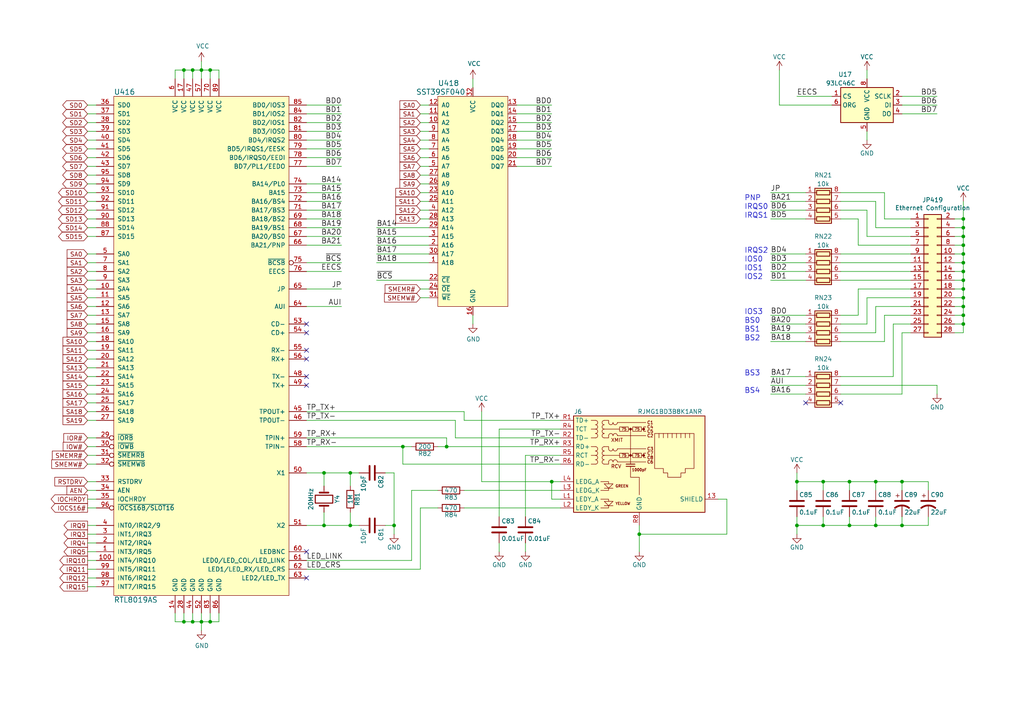
<source format=kicad_sch>
(kicad_sch (version 20211123) (generator eeschema)
  (paper "A4")
  (title_block (title "486 Sandy River Motherboard") (date "2022-02-09") (rev "1.0") (company "Designed by Sergey Kiselev") (comment 2 "Licensed under CERN-OHL-S: https://cern-ohl.web.cern.ch") (comment 3 "Documentation and design files: https://github.com/skiselev/mb486wr") (comment 4 "White River 486 Motherboard is an open source hardware project"))
  (lib_symbols
    (symbol "Connector:RJ45_Amphenol_RJMG1BD3B8K1ANR"
      (property "Reference" "J" (at 19.05 15.24 0))
      (property "Value" "RJ45_Amphenol_RJMG1BD3B8K1ANR" (at -19.05 15.24 0))
      (symbol "RJ45_Amphenol_RJMG1BD3B8K1ANR_0_0"
        (text "1000pF" (at 0 -1.651 0) (effects (font (size 0.762 0.762))))
        (text "75" (at -4.445 2.54 0) (effects (font (size 0.762 0.762))))
        (text "75" (at -4.445 10.16 0) (effects (font (size 0.762 0.762))))
        (text "75" (at -0.635 2.54 0) (effects (font (size 0.762 0.762))))
        (text "75" (at -0.635 10.16 0) (effects (font (size 0.762 0.762))))
        (text "C1" (at 3.175 12.065 0) (effects (font (size 0.889 0.889))))
        (text "C2" (at 3.175 8.255 0) (effects (font (size 0.889 0.889))))
        (text "C3" (at 3.175 4.445 0) (effects (font (size 0.889 0.889))))
        (text "C4" (at 3.175 10.795 0) (effects (font (size 0.889 0.889))))
        (text "C5" (at 3.175 9.525 0) (effects (font (size 0.889 0.889))))
        (text "C6" (at 3.175 0.635 0) (effects (font (size 0.889 0.889))))
        (text "C7" (at 3.175 3.175 0) (effects (font (size 0.889 0.889))))
        (text "C8" (at 3.175 1.905 0) (effects (font (size 0.889 0.889))))
        (text "GREEN" (at -6.985 -6.35 0) (effects (font (size 0.762 0.762)) (justify left)))
        (text "RCV" (at -8.255 -0.635 0) (effects (font (size 1.016 1.016)) (justify left)))
        (text "XMIT" (at -8.255 6.985 0) (effects (font (size 1.016 1.016)) (justify left)))
        (text "YELLOW" (at -6.985 -11.43 0) (effects (font (size 0.762 0.762)) (justify left)))
      )
      (symbol "RJ45_Amphenol_RJMG1BD3B8K1ANR_1_1"
        (pin passive line (at 22.86 -10.16 180) (length 3.81) (name "SHIELD") (number "13"))
        (pin passive line (at -22.86 -10.16 0) (length 3.81) (name "LEDY_A") (number "L1"))
        (pin passive line (at -22.86 -12.7 0) (length 3.81) (name "LEDY_K") (number "L2"))
        (pin passive line (at -22.86 -7.62 0) (length 3.81) (name "LEDG_K") (number "L3"))
        (pin passive line (at -22.86 -5.08 0) (length 3.81) (name "LEDG_A") (number "L4"))
        (pin passive line (at -22.86 12.7 0) (length 3.81) (name "TD+") (number "R1"))
        (pin passive line (at -22.86 7.62 0) (length 3.81) (name "TD-") (number "R2"))
        (pin passive line (at -22.86 5.08 0) (length 3.81) (name "RD+") (number "R3"))
        (pin passive line (at -22.86 10.16 0) (length 3.81) (name "TCT") (number "R4"))
        (pin passive line (at -22.86 2.54 0) (length 3.81) (name "RCT") (number "R5"))
        (pin passive line (at -22.86 0 0) (length 3.81) (name "RD-") (number "R6"))
        (pin no_connect line (at 5.08 -5.08 0) (length 0) hide (name "NC") (number "R7"))
        (pin power_in line (at 0 -17.78 90) (length 3.81) (name "GND") (number "R8"))
      )
    )
    (symbol "Connector_Generic:Conn_02x14_Odd_Even" (pin_names (offset 1.016) hide)
      (property "Reference" "J" (at 1.27 17.78 0))
      (property "Value" "Conn_02x14_Odd_Even" (at 1.27 -20.32 0))
      (symbol "Conn_02x14_Odd_Even_1_1"
        (pin passive line (at -5.08 15.24 0) (length 3.81) (name "Pin_1") (number "1"))
        (pin passive line (at 7.62 5.08 180) (length 3.81) (name "Pin_10") (number "10"))
        (pin passive line (at -5.08 2.54 0) (length 3.81) (name "Pin_11") (number "11"))
        (pin passive line (at 7.62 2.54 180) (length 3.81) (name "Pin_12") (number "12"))
        (pin passive line (at -5.08 0 0) (length 3.81) (name "Pin_13") (number "13"))
        (pin passive line (at 7.62 0 180) (length 3.81) (name "Pin_14") (number "14"))
        (pin passive line (at -5.08 -2.54 0) (length 3.81) (name "Pin_15") (number "15"))
        (pin passive line (at 7.62 -2.54 180) (length 3.81) (name "Pin_16") (number "16"))
        (pin passive line (at -5.08 -5.08 0) (length 3.81) (name "Pin_17") (number "17"))
        (pin passive line (at 7.62 -5.08 180) (length 3.81) (name "Pin_18") (number "18"))
        (pin passive line (at -5.08 -7.62 0) (length 3.81) (name "Pin_19") (number "19"))
        (pin passive line (at 7.62 15.24 180) (length 3.81) (name "Pin_2") (number "2"))
        (pin passive line (at 7.62 -7.62 180) (length 3.81) (name "Pin_20") (number "20"))
        (pin passive line (at -5.08 -10.16 0) (length 3.81) (name "Pin_21") (number "21"))
        (pin passive line (at 7.62 -10.16 180) (length 3.81) (name "Pin_22") (number "22"))
        (pin passive line (at -5.08 -12.7 0) (length 3.81) (name "Pin_23") (number "23"))
        (pin passive line (at 7.62 -12.7 180) (length 3.81) (name "Pin_24") (number "24"))
        (pin passive line (at -5.08 -15.24 0) (length 3.81) (name "Pin_25") (number "25"))
        (pin passive line (at 7.62 -15.24 180) (length 3.81) (name "Pin_26") (number "26"))
        (pin passive line (at -5.08 -17.78 0) (length 3.81) (name "Pin_27") (number "27"))
        (pin passive line (at 7.62 -17.78 180) (length 3.81) (name "Pin_28") (number "28"))
        (pin passive line (at -5.08 12.7 0) (length 3.81) (name "Pin_3") (number "3"))
        (pin passive line (at 7.62 12.7 180) (length 3.81) (name "Pin_4") (number "4"))
        (pin passive line (at -5.08 10.16 0) (length 3.81) (name "Pin_5") (number "5"))
        (pin passive line (at 7.62 10.16 180) (length 3.81) (name "Pin_6") (number "6"))
        (pin passive line (at -5.08 7.62 0) (length 3.81) (name "Pin_7") (number "7"))
        (pin passive line (at 7.62 7.62 180) (length 3.81) (name "Pin_8") (number "8"))
        (pin passive line (at -5.08 5.08 0) (length 3.81) (name "Pin_9") (number "9"))
      )
    )
    (symbol "Device:C" (pin_numbers hide) (pin_names (offset 0.254))
      (property "Reference" "C" (at 0.635 2.54 0))
      (property "Value" "C" (at 0.635 -2.54 0))
      (symbol "C_1_1"
        (pin passive line (at 0 3.81 270) (length 2.794) (name "~") (number "1"))
        (pin passive line (at 0 -3.81 90) (length 2.794) (name "~") (number "2"))
      )
    )
    (symbol "Device:C_Polarized_US" (pin_numbers hide) (pin_names (offset 0.254) hide)
      (property "Reference" "C" (at 0.635 2.54 0))
      (property "Value" "C_Polarized_US" (at 0.635 -2.54 0))
      (symbol "C_Polarized_US_1_1"
        (pin passive line (at 0 3.81 270) (length 2.794) (name "~") (number "1"))
        (pin passive line (at 0 -3.81 90) (length 3.302) (name "~") (number "2"))
      )
    )
    (symbol "Device:Crystal" (pin_numbers hide) (pin_names (offset 1.016) hide)
      (property "Reference" "Y" (at 0 3.81 0))
      (property "Value" "Crystal" (at 0 -3.81 0))
      (symbol "Crystal_1_1"
        (pin passive line (at -3.81 0 0) (length 1.27) (name "1") (number "1"))
        (pin passive line (at 3.81 0 180) (length 1.27) (name "2") (number "2"))
      )
    )
    (symbol "Device:R" (pin_numbers hide) (pin_names (offset 0))
      (property "Reference" "R" (at 2.032 0 90))
      (property "Value" "R" (at 0 0 90))
      (symbol "R_1_1"
        (pin passive line (at 0 3.81 270) (length 1.27) (name "~") (number "1"))
        (pin passive line (at 0 -3.81 90) (length 1.27) (name "~") (number "2"))
      )
    )
    (symbol "Device:R_Pack04" (pin_names (offset 0) hide)
      (property "Reference" "RN" (at -7.62 0 90))
      (property "Value" "R_Pack04" (at 5.08 0 90))
      (symbol "R_Pack04_1_1"
        (pin passive line (at -5.08 -5.08 90) (length 2.54) (name "R1.1") (number "1"))
        (pin passive line (at -2.54 -5.08 90) (length 2.54) (name "R2.1") (number "2"))
        (pin passive line (at 0 -5.08 90) (length 2.54) (name "R3.1") (number "3"))
        (pin passive line (at 2.54 -5.08 90) (length 2.54) (name "R4.1") (number "4"))
        (pin passive line (at 2.54 5.08 270) (length 2.54) (name "R4.2") (number "5"))
        (pin passive line (at 0 5.08 270) (length 2.54) (name "R3.2") (number "6"))
        (pin passive line (at -2.54 5.08 270) (length 2.54) (name "R2.2") (number "7"))
        (pin passive line (at -5.08 5.08 270) (length 2.54) (name "R1.2") (number "8"))
      )
    )
    (symbol "Memory_EEPROM:93LCxxC"
      (property "Reference" "U" (at -7.62 6.35 0))
      (property "Value" "93LCxxC" (at 2.54 -6.35 0))
      (symbol "93LCxxC_1_1"
        (pin input line (at -10.16 2.54 0) (length 2.54) (name "CS") (number "1"))
        (pin input line (at 10.16 2.54 180) (length 2.54) (name "SCLK") (number "2"))
        (pin input line (at 10.16 0 180) (length 2.54) (name "DI") (number "3"))
        (pin tri_state line (at 10.16 -2.54 180) (length 2.54) (name "DO") (number "4"))
        (pin power_in line (at 0 -7.62 90) (length 2.54) (name "GND") (number "5"))
        (pin input line (at -10.16 0 0) (length 2.54) (name "ORG") (number "6"))
        (pin no_connect line (at -7.62 -2.54 0) (length 2.54) hide (name "NC") (number "7"))
        (pin power_in line (at 0 7.62 270) (length 2.54) (name "VCC") (number "8"))
      )
    )
    (symbol "my_components:RTL8019AS" (pin_names (offset 1.016))
      (property "Reference" "U" (at -25.4 73.66 0))
      (property "Value" "RTL8019AS" (at -30.48 -73.66 0))
      (symbol "RTL8019AS_1_1"
        (pin open_collector line (at -30.48 -59.69 0) (length 5.08) (name "INT3/IRQ5") (number "1"))
        (pin input line (at -30.48 16.51 0) (length 5.08) (name "SA4") (number "10"))
        (pin open_collector line (at -30.48 -62.23 0) (length 5.08) (name "INT4/IRQ10") (number "100"))
        (pin input line (at -30.48 13.97 0) (length 5.08) (name "SA5") (number "11"))
        (pin input line (at -30.48 11.43 0) (length 5.08) (name "SA6") (number "12"))
        (pin input line (at -30.48 8.89 0) (length 5.08) (name "SA7") (number "13"))
        (pin power_in line (at -7.62 -77.47 90) (length 5.08) (name "GND") (number "14"))
        (pin input line (at -30.48 6.35 0) (length 5.08) (name "SA8") (number "15"))
        (pin input line (at -30.48 3.81 0) (length 5.08) (name "SA9") (number "16"))
        (pin power_in line (at -5.08 77.47 270) (length 5.08) (name "VCC") (number "17"))
        (pin input line (at -30.48 1.27 0) (length 5.08) (name "SA10") (number "18"))
        (pin input line (at -30.48 -1.27 0) (length 5.08) (name "SA11") (number "19"))
        (pin open_collector line (at -30.48 -57.15 0) (length 5.08) (name "INT2/IRQ4") (number "2"))
        (pin input line (at -30.48 -3.81 0) (length 5.08) (name "SA12") (number "20"))
        (pin input line (at -30.48 -6.35 0) (length 5.08) (name "SA13") (number "21"))
        (pin input line (at -30.48 -8.89 0) (length 5.08) (name "SA14") (number "22"))
        (pin input line (at -30.48 -11.43 0) (length 5.08) (name "SA15") (number "23"))
        (pin input line (at -30.48 -13.97 0) (length 5.08) (name "SA16") (number "24"))
        (pin input line (at -30.48 -16.51 0) (length 5.08) (name "SA17") (number "25"))
        (pin input line (at -30.48 -19.05 0) (length 5.08) (name "SA18") (number "26"))
        (pin input line (at -30.48 -21.59 0) (length 5.08) (name "SA19") (number "27"))
        (pin power_in line (at -5.08 -77.47 90) (length 5.08) (name "GND") (number "28"))
        (pin input inverted (at -30.48 -26.67 0) (length 5.08) (name "~{IORB}") (number "29"))
        (pin open_collector line (at -30.48 -54.61 0) (length 5.08) (name "INT1/IRQ3") (number "3"))
        (pin input inverted (at -30.48 -29.21 0) (length 5.08) (name "~{IOWB}") (number "30"))
        (pin input inverted (at -30.48 -31.75 0) (length 5.08) (name "~{SMEMRB}") (number "31"))
        (pin input inverted (at -30.48 -34.29 0) (length 5.08) (name "~{SMEMWB}") (number "32"))
        (pin input line (at -30.48 -39.37 0) (length 5.08) (name "RSTDRV") (number "33"))
        (pin input line (at -30.48 -41.91 0) (length 5.08) (name "AEN") (number "34"))
        (pin open_collector line (at -30.48 -44.45 0) (length 5.08) (name "IOCHRDY") (number "35"))
        (pin bidirectional line (at -30.48 69.85 0) (length 5.08) (name "SD0") (number "36"))
        (pin bidirectional line (at -30.48 67.31 0) (length 5.08) (name "SD1") (number "37"))
        (pin bidirectional line (at -30.48 64.77 0) (length 5.08) (name "SD2") (number "38"))
        (pin bidirectional line (at -30.48 62.23 0) (length 5.08) (name "SD3") (number "39"))
        (pin open_collector line (at -30.48 -52.07 0) (length 5.08) (name "INT0/IRQ2/9") (number "4"))
        (pin bidirectional line (at -30.48 59.69 0) (length 5.08) (name "SD4") (number "40"))
        (pin bidirectional line (at -30.48 57.15 0) (length 5.08) (name "SD5") (number "41"))
        (pin bidirectional line (at -30.48 54.61 0) (length 5.08) (name "SD6") (number "42"))
        (pin bidirectional line (at -30.48 52.07 0) (length 5.08) (name "SD7") (number "43"))
        (pin power_in line (at -2.54 -77.47 90) (length 5.08) (name "GND") (number "44"))
        (pin output line (at 30.48 -19.05 180) (length 5.08) (name "TPOUT+") (number "45"))
        (pin output line (at 30.48 -21.59 180) (length 5.08) (name "TPOUT-") (number "46"))
        (pin power_in line (at -2.54 77.47 270) (length 5.08) (name "VCC") (number "47"))
        (pin output line (at 30.48 -8.89 180) (length 5.08) (name "TX-") (number "48"))
        (pin output line (at 30.48 -11.43 180) (length 5.08) (name "TX+") (number "49"))
        (pin input line (at -30.48 26.67 0) (length 5.08) (name "SA0") (number "5"))
        (pin input line (at 30.48 -36.83 180) (length 5.08) (name "X1") (number "50"))
        (pin output line (at 30.48 -52.07 180) (length 5.08) (name "X2") (number "51"))
        (pin power_in line (at 0 -77.47 90) (length 5.08) (name "GND") (number "52"))
        (pin input line (at 30.48 6.35 180) (length 5.08) (name "CD-") (number "53"))
        (pin input line (at 30.48 3.81 180) (length 5.08) (name "CD+") (number "54"))
        (pin input line (at 30.48 -1.27 180) (length 5.08) (name "RX-") (number "55"))
        (pin input line (at 30.48 -3.81 180) (length 5.08) (name "RX+") (number "56"))
        (pin power_in line (at 0 77.47 270) (length 5.08) (name "VCC") (number "57"))
        (pin input line (at 30.48 -29.21 180) (length 5.08) (name "TPIN-") (number "58"))
        (pin input line (at 30.48 -26.67 180) (length 5.08) (name "TPIN+") (number "59"))
        (pin power_in line (at -7.62 77.47 270) (length 5.0292) (name "VCC") (number "6"))
        (pin output line (at 30.48 -59.69 180) (length 5.08) (name "LEDBNC") (number "60"))
        (pin output line (at 30.48 -62.23 180) (length 5.08) (name "LED0/LED_COL/LED_LINK") (number "61"))
        (pin output line (at 30.48 -64.77 180) (length 5.08) (name "LED1/LED_RX/LED_CRS") (number "62"))
        (pin output line (at 30.48 -67.31 180) (length 5.08) (name "LED2/LED_TX") (number "63"))
        (pin input line (at 30.48 11.43 180) (length 5.08) (name "AUI") (number "64"))
        (pin input line (at 30.48 16.51 180) (length 5.08) (name "JP") (number "65"))
        (pin bidirectional line (at 30.48 29.21 180) (length 5.08) (name "BA21/PNP") (number "66"))
        (pin bidirectional line (at 30.48 31.75 180) (length 5.08) (name "BA20/BS0") (number "67"))
        (pin bidirectional line (at 30.48 34.29 180) (length 5.08) (name "BA19/BS1") (number "68"))
        (pin bidirectional line (at 30.48 36.83 180) (length 5.08) (name "BA18/BS2") (number "69"))
        (pin input line (at -30.48 24.13 0) (length 5.08) (name "SA1") (number "7"))
        (pin power_in line (at 2.54 77.47 270) (length 5.08) (name "VCC") (number "70"))
        (pin bidirectional line (at 30.48 39.37 180) (length 5.08) (name "BA17/BS3") (number "71"))
        (pin bidirectional line (at 30.48 41.91 180) (length 5.08) (name "BA16/BS4") (number "72"))
        (pin output line (at 30.48 44.45 180) (length 5.08) (name "BA15") (number "73"))
        (pin bidirectional line (at 30.48 46.99 180) (length 5.08) (name "BA14/PL0") (number "74"))
        (pin output inverted (at 30.48 24.13 180) (length 5.08) (name "~{BCSB}") (number "75"))
        (pin output line (at 30.48 21.59 180) (length 5.08) (name "EECS") (number "76"))
        (pin bidirectional line (at 30.48 52.07 180) (length 5.08) (name "BD7/PL1/EEDO") (number "77"))
        (pin bidirectional line (at 30.48 54.61 180) (length 5.08) (name "BD6/IRQS0/EEDI") (number "78"))
        (pin bidirectional line (at 30.48 57.15 180) (length 5.08) (name "BD5/IRQS1/EESK") (number "79"))
        (pin input line (at -30.48 21.59 0) (length 5.08) (name "SA2") (number "8"))
        (pin bidirectional line (at 30.48 59.69 180) (length 5.08) (name "BD4/IRQS2") (number "80"))
        (pin bidirectional line (at 30.48 62.23 180) (length 5.08) (name "BD3/IOS0") (number "81"))
        (pin bidirectional line (at 30.48 64.77 180) (length 5.08) (name "BD2/IOS1") (number "82"))
        (pin power_in line (at 2.54 -77.47 90) (length 5.08) (name "GND") (number "83"))
        (pin bidirectional line (at 30.48 67.31 180) (length 5.08) (name "BD1/IOS2") (number "84"))
        (pin bidirectional line (at 30.48 69.85 180) (length 5.08) (name "BD0/IOS3") (number "85"))
        (pin power_in line (at 5.08 -77.47 90) (length 5.08) (name "GND") (number "86"))
        (pin bidirectional line (at -30.48 31.75 0) (length 5.08) (name "SD15") (number "87"))
        (pin bidirectional line (at -30.48 34.29 0) (length 5.08) (name "SD14") (number "88"))
        (pin power_in line (at 5.08 77.47 270) (length 5.08) (name "VCC") (number "89"))
        (pin input line (at -30.48 19.05 0) (length 5.08) (name "SA3") (number "9"))
        (pin bidirectional line (at -30.48 36.83 0) (length 5.08) (name "SD13") (number "90"))
        (pin bidirectional line (at -30.48 39.37 0) (length 5.08) (name "SD12") (number "91"))
        (pin bidirectional line (at -30.48 41.91 0) (length 5.08) (name "SD11") (number "92"))
        (pin bidirectional line (at -30.48 44.45 0) (length 5.08) (name "SD10") (number "93"))
        (pin bidirectional line (at -30.48 46.99 0) (length 5.08) (name "SD9") (number "94"))
        (pin bidirectional line (at -30.48 49.53 0) (length 5.08) (name "SD8") (number "95"))
        (pin open_collector inverted (at -30.48 -46.99 0) (length 5.08) (name "~{IOCS16B/SLOT16}") (number "96"))
        (pin open_collector line (at -30.48 -69.85 0) (length 5.08) (name "INT7/IRQ15") (number "97"))
        (pin open_collector line (at -30.48 -67.31 0) (length 5.08) (name "INT6/IRQ12") (number "98"))
        (pin open_collector line (at -30.48 -64.77 0) (length 5.08) (name "INT5/IRQ11") (number "99"))
      )
    )
    (symbol "my_components:SST39SF040" (pin_names (offset 1.016))
      (property "Reference" "U" (at -10.16 34.29 0))
      (property "Value" "SST39SF040" (at -10.16 31.75 0))
      (symbol "SST39SF040_1_1"
        (pin input line (at -12.7 -17.78 0) (length 2.54) (name "A18") (number "1"))
        (pin input line (at -12.7 22.86 0) (length 2.54) (name "A2") (number "10"))
        (pin input line (at -12.7 25.4 0) (length 2.54) (name "A1") (number "11"))
        (pin input line (at -12.7 27.94 0) (length 2.54) (name "A0") (number "12"))
        (pin bidirectional line (at 12.7 27.94 180) (length 2.54) (name "DQ0") (number "13"))
        (pin bidirectional line (at 12.7 25.4 180) (length 2.54) (name "DQ1") (number "14"))
        (pin bidirectional line (at 12.7 22.86 180) (length 2.54) (name "DQ2") (number "15"))
        (pin power_in line (at 0 -33.02 90) (length 2.54) (name "GND") (number "16"))
        (pin bidirectional line (at 12.7 20.32 180) (length 2.54) (name "DQ3") (number "17"))
        (pin bidirectional line (at 12.7 17.78 180) (length 2.54) (name "DQ4") (number "18"))
        (pin bidirectional line (at 12.7 15.24 180) (length 2.54) (name "DQ5") (number "19"))
        (pin input line (at -12.7 -12.7 0) (length 2.54) (name "A16") (number "2"))
        (pin bidirectional line (at 12.7 12.7 180) (length 2.54) (name "DQ6") (number "20"))
        (pin bidirectional line (at 12.7 10.16 180) (length 2.54) (name "DQ7") (number "21"))
        (pin input line (at -12.7 -22.86 0) (length 2.54) (name "~{CE}") (number "22"))
        (pin input line (at -12.7 2.54 0) (length 2.54) (name "A10") (number "23"))
        (pin input line (at -12.7 -25.4 0) (length 2.54) (name "~{OE}") (number "24"))
        (pin input line (at -12.7 0 0) (length 2.54) (name "A11") (number "25"))
        (pin input line (at -12.7 5.08 0) (length 2.54) (name "A9") (number "26"))
        (pin input line (at -12.7 7.62 0) (length 2.54) (name "A8") (number "27"))
        (pin input line (at -12.7 -5.08 0) (length 2.54) (name "A13") (number "28"))
        (pin input line (at -12.7 -7.62 0) (length 2.54) (name "A14") (number "29"))
        (pin input line (at -12.7 -10.16 0) (length 2.54) (name "A15") (number "3"))
        (pin input line (at -12.7 -15.24 0) (length 2.54) (name "A17") (number "30"))
        (pin input line (at -12.7 -27.94 0) (length 2.54) (name "~{WE}") (number "31"))
        (pin power_in line (at 0 33.02 270) (length 2.54) (name "VCC") (number "32"))
        (pin input line (at -12.7 -2.54 0) (length 2.54) (name "A12") (number "4"))
        (pin input line (at -12.7 10.16 0) (length 2.54) (name "A7") (number "5"))
        (pin input line (at -12.7 12.7 0) (length 2.54) (name "A6") (number "6"))
        (pin input line (at -12.7 15.24 0) (length 2.54) (name "A5") (number "7"))
        (pin input line (at -12.7 17.78 0) (length 2.54) (name "A4") (number "8"))
        (pin input line (at -12.7 20.32 0) (length 2.54) (name "A3") (number "9"))
      )
    )
    (symbol "power:GND" (power) (pin_names (offset 0))
      (property "Value" "GND" (at 0 -3.81 0))
      (symbol "GND_1_1"
        (pin power_in line (at 0 0 270) (length 0) hide (name "GND") (number "1"))
      )
    )
    (symbol "power:VCC" (power) (pin_names (offset 0))
      (property "Value" "VCC" (at 0 3.81 0))
      (symbol "VCC_1_1"
        (pin power_in line (at 0 0 90) (length 0) hide (name "VCC") (number "1"))
      )
    )
  )
  (junction (at 261.62 139.7))
  (junction (at 231.14 139.7))
  (junction (at 279.4 68.58))
  (junction (at 254 152.4))
  (junction (at 60.96 180.34))
  (junction (at 116.84 129.54))
  (junction (at 101.6 137.16))
  (junction (at 160.02 139.7))
  (junction (at 129.54 129.54))
  (junction (at 279.4 71.12))
  (junction (at 238.76 139.7))
  (junction (at 261.62 152.4))
  (junction (at 53.34 180.34))
  (junction (at 93.98 137.16))
  (junction (at 55.88 180.34))
  (junction (at 58.42 180.34))
  (junction (at 60.96 20.32))
  (junction (at 114.3 152.4))
  (junction (at 231.14 152.4))
  (junction (at 279.4 86.36))
  (junction (at 238.76 152.4))
  (junction (at 101.6 152.4))
  (junction (at 279.4 63.5))
  (junction (at 279.4 91.44))
  (junction (at 58.42 20.32))
  (junction (at 279.4 78.74))
  (junction (at 279.4 73.66))
  (junction (at 254 139.7))
  (junction (at 279.4 93.98))
  (junction (at 93.98 152.4))
  (junction (at 55.88 20.32))
  (junction (at 246.38 139.7))
  (junction (at 279.4 81.28))
  (junction (at 279.4 88.9))
  (junction (at 53.34 20.32))
  (junction (at 279.4 76.2))
  (junction (at 246.38 152.4))
  (junction (at 185.42 154.94))
  (junction (at 279.4 66.04))
  (junction (at 279.4 83.82))
  (no_connect (at 243.84 116.84))
  (no_connect (at 88.9 111.76))
  (no_connect (at 88.9 93.98))
  (no_connect (at 233.68 116.84))
  (no_connect (at 88.9 160.02))
  (no_connect (at 88.9 104.14))
  (no_connect (at 88.9 109.22))
  (no_connect (at 88.9 96.52))
  (no_connect (at 88.9 167.64))
  (no_connect (at 88.9 101.6))
  (wire (pts (xy 53.34 20.32) (xy 55.88 20.32)))
  (wire (pts (xy 101.6 137.16) (xy 104.14 137.16)))
  (wire (pts (xy 27.94 127) (xy 25.4 127)))
  (wire (pts (xy 50.8 180.34) (xy 50.8 177.8)))
  (wire (pts (xy 210.82 144.78) (xy 210.82 154.94)))
  (wire (pts (xy 124.46 38.1) (xy 121.92 38.1)))
  (wire (pts (xy 185.42 152.4) (xy 185.42 154.94)))
  (wire (pts (xy 276.86 81.28) (xy 279.4 81.28)))
  (wire (pts (xy 88.9 60.96) (xy 99.06 60.96)))
  (wire (pts (xy 88.9 127) (xy 129.54 127)))
  (wire (pts (xy 27.94 116.84) (xy 25.4 116.84)))
  (wire (pts (xy 251.46 68.58) (xy 251.46 60.96)))
  (wire (pts (xy 139.7 119.38) (xy 139.7 139.7)))
  (wire (pts (xy 149.86 48.26) (xy 160.02 48.26)))
  (wire (pts (xy 254 142.24) (xy 254 139.7)))
  (wire (pts (xy 279.4 78.74) (xy 279.4 81.28)))
  (wire (pts (xy 279.4 71.12) (xy 279.4 73.66)))
  (wire (pts (xy 233.68 99.06) (xy 223.52 99.06)))
  (wire (pts (xy 279.4 93.98) (xy 276.86 93.98)))
  (wire (pts (xy 208.28 144.78) (xy 210.82 144.78)))
  (wire (pts (xy 185.42 154.94) (xy 185.42 160.02)))
  (wire (pts (xy 124.46 53.34) (xy 121.92 53.34)))
  (wire (pts (xy 88.9 71.12) (xy 99.06 71.12)))
  (wire (pts (xy 60.96 180.34) (xy 58.42 180.34)))
  (wire (pts (xy 88.9 53.34) (xy 99.06 53.34)))
  (wire (pts (xy 27.94 162.56) (xy 25.4 162.56)))
  (wire (pts (xy 114.3 152.4) (xy 114.3 154.94)))
  (wire (pts (xy 246.38 152.4) (xy 246.38 149.86)))
  (wire (pts (xy 248.92 83.82) (xy 248.92 91.44)))
  (wire (pts (xy 160.02 139.7) (xy 162.56 139.7)))
  (wire (pts (xy 137.16 91.44) (xy 137.16 93.98)))
  (wire (pts (xy 109.22 76.2) (xy 124.46 76.2)))
  (wire (pts (xy 63.5 20.32) (xy 63.5 22.86)))
  (wire (pts (xy 27.94 111.76) (xy 25.4 111.76)))
  (wire (pts (xy 279.4 58.42) (xy 279.4 63.5)))
  (wire (pts (xy 88.9 63.5) (xy 99.06 63.5)))
  (wire (pts (xy 231.14 149.86) (xy 231.14 152.4)))
  (wire (pts (xy 55.88 20.32) (xy 58.42 20.32)))
  (wire (pts (xy 88.9 137.16) (xy 93.98 137.16)))
  (wire (pts (xy 88.9 78.74) (xy 99.06 78.74)))
  (wire (pts (xy 27.94 60.96) (xy 25.4 60.96)))
  (wire (pts (xy 124.46 50.8) (xy 121.92 50.8)))
  (wire (pts (xy 58.42 20.32) (xy 60.96 20.32)))
  (wire (pts (xy 233.68 91.44) (xy 223.52 91.44)))
  (wire (pts (xy 27.94 38.1) (xy 25.4 38.1)))
  (wire (pts (xy 55.88 20.32) (xy 55.88 22.86)))
  (wire (pts (xy 276.86 71.12) (xy 279.4 71.12)))
  (wire (pts (xy 256.54 99.06) (xy 256.54 91.44)))
  (wire (pts (xy 27.94 99.06) (xy 25.4 99.06)))
  (wire (pts (xy 233.68 114.3) (xy 223.52 114.3)))
  (wire (pts (xy 261.62 96.52) (xy 261.62 114.3)))
  (wire (pts (xy 243.84 93.98) (xy 251.46 93.98)))
  (wire (pts (xy 27.94 81.28) (xy 25.4 81.28)))
  (wire (pts (xy 124.46 71.12) (xy 109.22 71.12)))
  (wire (pts (xy 27.94 50.8) (xy 25.4 50.8)))
  (wire (pts (xy 27.94 53.34) (xy 25.4 53.34)))
  (wire (pts (xy 254 152.4) (xy 261.62 152.4)))
  (wire (pts (xy 124.46 86.36) (xy 121.92 86.36)))
  (wire (pts (xy 231.14 139.7) (xy 238.76 139.7)))
  (wire (pts (xy 162.56 144.78) (xy 160.02 144.78)))
  (wire (pts (xy 58.42 177.8) (xy 58.42 180.34)))
  (wire (pts (xy 254 149.86) (xy 254 152.4)))
  (wire (pts (xy 27.94 157.48) (xy 25.4 157.48)))
  (wire (pts (xy 254 58.42) (xy 243.84 58.42)))
  (wire (pts (xy 238.76 152.4) (xy 246.38 152.4)))
  (wire (pts (xy 27.94 154.94) (xy 25.4 154.94)))
  (wire (pts (xy 233.68 111.76) (xy 223.52 111.76)))
  (wire (pts (xy 264.16 66.04) (xy 254 66.04)))
  (wire (pts (xy 243.84 91.44) (xy 248.92 91.44)))
  (wire (pts (xy 279.4 76.2) (xy 279.4 78.74)))
  (wire (pts (xy 233.68 96.52) (xy 223.52 96.52)))
  (wire (pts (xy 27.94 144.78) (xy 25.4 144.78)))
  (wire (pts (xy 119.38 142.24) (xy 127 142.24)))
  (wire (pts (xy 27.94 114.3) (xy 25.4 114.3)))
  (wire (pts (xy 233.68 78.74) (xy 223.52 78.74)))
  (wire (pts (xy 27.94 78.74) (xy 25.4 78.74)))
  (wire (pts (xy 116.84 134.62) (xy 116.84 129.54)))
  (wire (pts (xy 93.98 137.16) (xy 101.6 137.16)))
  (wire (pts (xy 149.86 43.18) (xy 160.02 43.18)))
  (wire (pts (xy 124.46 35.56) (xy 121.92 35.56)))
  (wire (pts (xy 27.94 152.4) (xy 25.4 152.4)))
  (wire (pts (xy 279.4 83.82) (xy 279.4 86.36)))
  (wire (pts (xy 279.4 86.36) (xy 276.86 86.36)))
  (wire (pts (xy 114.3 137.16) (xy 111.76 137.16)))
  (wire (pts (xy 124.46 81.28) (xy 109.22 81.28)))
  (wire (pts (xy 271.78 111.76) (xy 271.78 114.3)))
  (wire (pts (xy 254 66.04) (xy 254 58.42)))
  (wire (pts (xy 233.68 63.5) (xy 223.52 63.5)))
  (wire (pts (xy 149.86 33.02) (xy 160.02 33.02)))
  (wire (pts (xy 93.98 152.4) (xy 101.6 152.4)))
  (wire (pts (xy 88.9 152.4) (xy 93.98 152.4)))
  (wire (pts (xy 226.06 30.48) (xy 226.06 20.32)))
  (wire (pts (xy 243.84 111.76) (xy 271.78 111.76)))
  (wire (pts (xy 261.62 33.02) (xy 271.78 33.02)))
  (wire (pts (xy 27.94 129.54) (xy 25.4 129.54)))
  (wire (pts (xy 27.94 86.36) (xy 25.4 86.36)))
  (wire (pts (xy 124.46 63.5) (xy 121.92 63.5)))
  (wire (pts (xy 88.9 33.02) (xy 99.06 33.02)))
  (wire (pts (xy 27.94 73.66) (xy 25.4 73.66)))
  (wire (pts (xy 246.38 142.24) (xy 246.38 139.7)))
  (wire (pts (xy 279.4 63.5) (xy 279.4 66.04)))
  (wire (pts (xy 27.94 142.24) (xy 25.4 142.24)))
  (wire (pts (xy 254 139.7) (xy 261.62 139.7)))
  (wire (pts (xy 276.86 83.82) (xy 279.4 83.82)))
  (wire (pts (xy 134.62 119.38) (xy 134.62 121.92)))
  (wire (pts (xy 254 88.9) (xy 264.16 88.9)))
  (wire (pts (xy 256.54 91.44) (xy 264.16 91.44)))
  (wire (pts (xy 119.38 162.56) (xy 88.9 162.56)))
  (wire (pts (xy 50.8 22.86) (xy 50.8 20.32)))
  (wire (pts (xy 60.96 20.32) (xy 63.5 20.32)))
  (wire (pts (xy 27.94 165.1) (xy 25.4 165.1)))
  (wire (pts (xy 261.62 30.48) (xy 271.78 30.48)))
  (wire (pts (xy 27.94 30.48) (xy 25.4 30.48)))
  (wire (pts (xy 261.62 139.7) (xy 261.62 142.24)))
  (wire (pts (xy 88.9 43.18) (xy 99.06 43.18)))
  (wire (pts (xy 243.84 73.66) (xy 264.16 73.66)))
  (wire (pts (xy 243.84 96.52) (xy 254 96.52)))
  (wire (pts (xy 27.94 48.26) (xy 25.4 48.26)))
  (wire (pts (xy 58.42 180.34) (xy 55.88 180.34)))
  (wire (pts (xy 55.88 180.34) (xy 53.34 180.34)))
  (wire (pts (xy 119.38 129.54) (xy 116.84 129.54)))
  (wire (pts (xy 27.94 119.38) (xy 25.4 119.38)))
  (wire (pts (xy 210.82 154.94) (xy 185.42 154.94)))
  (wire (pts (xy 27.94 91.44) (xy 25.4 91.44)))
  (wire (pts (xy 279.4 93.98) (xy 279.4 96.52)))
  (wire (pts (xy 231.14 139.7) (xy 231.14 142.24)))
  (wire (pts (xy 27.94 58.42) (xy 25.4 58.42)))
  (wire (pts (xy 149.86 40.64) (xy 160.02 40.64)))
  (wire (pts (xy 243.84 78.74) (xy 264.16 78.74)))
  (wire (pts (xy 124.46 68.58) (xy 109.22 68.58)))
  (wire (pts (xy 233.68 73.66) (xy 223.52 73.66)))
  (wire (pts (xy 88.9 121.92) (xy 132.08 121.92)))
  (wire (pts (xy 269.24 142.24) (xy 269.24 139.7)))
  (wire (pts (xy 27.94 106.68) (xy 25.4 106.68)))
  (wire (pts (xy 27.94 132.08) (xy 25.4 132.08)))
  (wire (pts (xy 149.86 38.1) (xy 160.02 38.1)))
  (wire (pts (xy 124.46 83.82) (xy 121.92 83.82)))
  (wire (pts (xy 129.54 129.54) (xy 162.56 129.54)))
  (wire (pts (xy 279.4 68.58) (xy 279.4 71.12)))
  (wire (pts (xy 279.4 96.52) (xy 276.86 96.52)))
  (wire (pts (xy 27.94 55.88) (xy 25.4 55.88)))
  (wire (pts (xy 124.46 66.04) (xy 109.22 66.04)))
  (wire (pts (xy 162.56 142.24) (xy 134.62 142.24)))
  (wire (pts (xy 246.38 152.4) (xy 254 152.4)))
  (wire (pts (xy 88.9 68.58) (xy 99.06 68.58)))
  (wire (pts (xy 279.4 81.28) (xy 279.4 83.82)))
  (wire (pts (xy 27.94 104.14) (xy 25.4 104.14)))
  (wire (pts (xy 88.9 45.72) (xy 99.06 45.72)))
  (wire (pts (xy 149.86 35.56) (xy 160.02 35.56)))
  (wire (pts (xy 60.96 180.34) (xy 60.96 177.8)))
  (wire (pts (xy 162.56 124.46) (xy 144.78 124.46)))
  (wire (pts (xy 88.9 40.64) (xy 99.06 40.64)))
  (wire (pts (xy 53.34 180.34) (xy 50.8 180.34)))
  (wire (pts (xy 259.08 93.98) (xy 264.16 93.98)))
  (wire (pts (xy 144.78 157.48) (xy 144.78 160.02)))
  (wire (pts (xy 88.9 119.38) (xy 134.62 119.38)))
  (wire (pts (xy 279.4 88.9) (xy 276.86 88.9)))
  (wire (pts (xy 243.84 63.5) (xy 248.92 63.5)))
  (wire (pts (xy 243.84 55.88) (xy 256.54 55.88)))
  (wire (pts (xy 238.76 149.86) (xy 238.76 152.4)))
  (wire (pts (xy 254 96.52) (xy 254 88.9)))
  (wire (pts (xy 88.9 88.9) (xy 99.06 88.9)))
  (wire (pts (xy 27.94 63.5) (xy 25.4 63.5)))
  (wire (pts (xy 243.84 109.22) (xy 259.08 109.22)))
  (wire (pts (xy 261.62 139.7) (xy 269.24 139.7)))
  (wire (pts (xy 124.46 30.48) (xy 121.92 30.48)))
  (wire (pts (xy 27.94 35.56) (xy 25.4 35.56)))
  (wire (pts (xy 248.92 71.12) (xy 248.92 63.5)))
  (wire (pts (xy 27.94 88.9) (xy 25.4 88.9)))
  (wire (pts (xy 256.54 63.5) (xy 264.16 63.5)))
  (wire (pts (xy 152.4 157.48) (xy 152.4 160.02)))
  (wire (pts (xy 27.94 134.62) (xy 25.4 134.62)))
  (wire (pts (xy 93.98 152.4) (xy 93.98 148.59)))
  (wire (pts (xy 124.46 60.96) (xy 121.92 60.96)))
  (wire (pts (xy 264.16 71.12) (xy 248.92 71.12)))
  (wire (pts (xy 243.84 60.96) (xy 251.46 60.96)))
  (wire (pts (xy 88.9 76.2) (xy 99.06 76.2)))
  (wire (pts (xy 93.98 137.16) (xy 93.98 140.97)))
  (wire (pts (xy 132.08 121.92) (xy 132.08 127)))
  (wire (pts (xy 88.9 48.26) (xy 99.06 48.26)))
  (wire (pts (xy 119.38 142.24) (xy 119.38 162.56)))
  (wire (pts (xy 276.86 73.66) (xy 279.4 73.66)))
  (wire (pts (xy 233.68 81.28) (xy 223.52 81.28)))
  (wire (pts (xy 279.4 86.36) (xy 279.4 88.9)))
  (wire (pts (xy 27.94 109.22) (xy 25.4 109.22)))
  (wire (pts (xy 243.84 81.28) (xy 264.16 81.28)))
  (wire (pts (xy 251.46 68.58) (xy 264.16 68.58)))
  (wire (pts (xy 27.94 139.7) (xy 25.4 139.7)))
  (wire (pts (xy 60.96 20.32) (xy 60.96 22.86)))
  (wire (pts (xy 88.9 55.88) (xy 99.06 55.88)))
  (wire (pts (xy 246.38 139.7) (xy 254 139.7)))
  (wire (pts (xy 233.68 58.42) (xy 223.52 58.42)))
  (wire (pts (xy 88.9 165.1) (xy 121.92 165.1)))
  (wire (pts (xy 261.62 27.94) (xy 271.78 27.94)))
  (wire (pts (xy 134.62 121.92) (xy 162.56 121.92)))
  (wire (pts (xy 27.94 93.98) (xy 25.4 93.98)))
  (wire (pts (xy 261.62 152.4) (xy 269.24 152.4)))
  (wire (pts (xy 238.76 139.7) (xy 246.38 139.7)))
  (wire (pts (xy 27.94 45.72) (xy 25.4 45.72)))
  (wire (pts (xy 137.16 22.86) (xy 137.16 25.4)))
  (wire (pts (xy 127 129.54) (xy 129.54 129.54)))
  (wire (pts (xy 276.86 76.2) (xy 279.4 76.2)))
  (wire (pts (xy 269.24 149.86) (xy 269.24 152.4)))
  (wire (pts (xy 27.94 167.64) (xy 25.4 167.64)))
  (wire (pts (xy 58.42 20.32) (xy 58.42 22.86)))
  (wire (pts (xy 114.3 137.16) (xy 114.3 152.4)))
  (wire (pts (xy 111.76 152.4) (xy 114.3 152.4)))
  (wire (pts (xy 124.46 33.02) (xy 121.92 33.02)))
  (wire (pts (xy 233.68 109.22) (xy 223.52 109.22)))
  (wire (pts (xy 243.84 76.2) (xy 264.16 76.2)))
  (wire (pts (xy 88.9 66.04) (xy 99.06 66.04)))
  (wire (pts (xy 251.46 20.32) (xy 251.46 22.86)))
  (wire (pts (xy 88.9 83.82) (xy 99.06 83.82)))
  (wire (pts (xy 124.46 43.18) (xy 121.92 43.18)))
  (wire (pts (xy 243.84 99.06) (xy 256.54 99.06)))
  (wire (pts (xy 124.46 58.42) (xy 121.92 58.42)))
  (wire (pts (xy 27.94 121.92) (xy 25.4 121.92)))
  (wire (pts (xy 264.16 96.52) (xy 261.62 96.52)))
  (wire (pts (xy 261.62 114.3) (xy 243.84 114.3)))
  (wire (pts (xy 121.92 147.32) (xy 121.92 165.1)))
  (wire (pts (xy 139.7 139.7) (xy 160.02 139.7)))
  (wire (pts (xy 129.54 127) (xy 129.54 129.54)))
  (wire (pts (xy 279.4 66.04) (xy 279.4 68.58)))
  (wire (pts (xy 27.94 66.04) (xy 25.4 66.04)))
  (wire (pts (xy 27.94 101.6) (xy 25.4 101.6)))
  (wire (pts (xy 58.42 17.78) (xy 58.42 20.32)))
  (wire (pts (xy 162.56 132.08) (xy 152.4 132.08)))
  (wire (pts (xy 279.4 88.9) (xy 279.4 91.44)))
  (wire (pts (xy 27.94 68.58) (xy 25.4 68.58)))
  (wire (pts (xy 88.9 35.56) (xy 99.06 35.56)))
  (wire (pts (xy 88.9 129.54) (xy 116.84 129.54)))
  (wire (pts (xy 238.76 142.24) (xy 238.76 139.7)))
  (wire (pts (xy 50.8 20.32) (xy 53.34 20.32)))
  (wire (pts (xy 27.94 40.64) (xy 25.4 40.64)))
  (wire (pts (xy 241.3 27.94) (xy 231.14 27.94)))
  (wire (pts (xy 58.42 182.88) (xy 58.42 180.34)))
  (wire (pts (xy 88.9 30.48) (xy 99.06 30.48)))
  (wire (pts (xy 27.94 43.18) (xy 25.4 43.18)))
  (wire (pts (xy 251.46 38.1) (xy 251.46 40.64)))
  (wire (pts (xy 88.9 38.1) (xy 99.06 38.1)))
  (wire (pts (xy 276.86 68.58) (xy 279.4 68.58)))
  (wire (pts (xy 27.94 96.52) (xy 25.4 96.52)))
  (wire (pts (xy 231.14 137.16) (xy 231.14 139.7)))
  (wire (pts (xy 279.4 91.44) (xy 279.4 93.98)))
  (wire (pts (xy 241.3 30.48) (xy 226.06 30.48)))
  (wire (pts (xy 63.5 180.34) (xy 60.96 180.34)))
  (wire (pts (xy 27.94 83.82) (xy 25.4 83.82)))
  (wire (pts (xy 152.4 132.08) (xy 152.4 149.86)))
  (wire (pts (xy 149.86 45.72) (xy 160.02 45.72)))
  (wire (pts (xy 160.02 144.78) (xy 160.02 139.7)))
  (wire (pts (xy 124.46 55.88) (xy 121.92 55.88)))
  (wire (pts (xy 256.54 55.88) (xy 256.54 63.5)))
  (wire (pts (xy 27.94 76.2) (xy 25.4 76.2)))
  (wire (pts (xy 132.08 127) (xy 162.56 127)))
  (wire (pts (xy 149.86 30.48) (xy 160.02 30.48)))
  (wire (pts (xy 144.78 124.46) (xy 144.78 149.86)))
  (wire (pts (xy 279.4 73.66) (xy 279.4 76.2)))
  (wire (pts (xy 27.94 160.02) (xy 25.4 160.02)))
  (wire (pts (xy 259.08 109.22) (xy 259.08 93.98)))
  (wire (pts (xy 251.46 86.36) (xy 264.16 86.36)))
  (wire (pts (xy 162.56 147.32) (xy 134.62 147.32)))
  (wire (pts (xy 233.68 60.96) (xy 223.52 60.96)))
  (wire (pts (xy 276.86 78.74) (xy 279.4 78.74)))
  (wire (pts (xy 231.14 152.4) (xy 238.76 152.4)))
  (wire (pts (xy 233.68 55.88) (xy 223.52 55.88)))
  (wire (pts (xy 279.4 66.04) (xy 276.86 66.04)))
  (wire (pts (xy 279.4 91.44) (xy 276.86 91.44)))
  (wire (pts (xy 27.94 170.18) (xy 25.4 170.18)))
  (wire (pts (xy 264.16 83.82) (xy 248.92 83.82)))
  (wire (pts (xy 261.62 152.4) (xy 261.62 149.86)))
  (wire (pts (xy 101.6 152.4) (xy 104.14 152.4)))
  (wire (pts (xy 124.46 40.64) (xy 121.92 40.64)))
  (wire (pts (xy 116.84 134.62) (xy 162.56 134.62)))
  (wire (pts (xy 63.5 177.8) (xy 63.5 180.34)))
  (wire (pts (xy 27.94 33.02) (xy 25.4 33.02)))
  (wire (pts (xy 121.92 147.32) (xy 127 147.32)))
  (wire (pts (xy 124.46 48.26) (xy 121.92 48.26)))
  (wire (pts (xy 88.9 58.42) (xy 99.06 58.42)))
  (wire (pts (xy 124.46 45.72) (xy 121.92 45.72)))
  (wire (pts (xy 276.86 63.5) (xy 279.4 63.5)))
  (wire (pts (xy 233.68 76.2) (xy 223.52 76.2)))
  (wire (pts (xy 53.34 20.32) (xy 53.34 22.86)))
  (wire (pts (xy 53.34 177.8) (xy 53.34 180.34)))
  (wire (pts (xy 109.22 73.66) (xy 124.46 73.66)))
  (wire (pts (xy 27.94 147.32) (xy 25.4 147.32)))
  (wire (pts (xy 101.6 152.4) (xy 101.6 148.59)))
  (wire (pts (xy 101.6 137.16) (xy 101.6 140.97)))
  (wire (pts (xy 251.46 93.98) (xy 251.46 86.36)))
  (wire (pts (xy 231.14 152.4) (xy 231.14 154.94)))
  (wire (pts (xy 233.68 93.98) (xy 223.52 93.98)))
  (wire (pts (xy 55.88 177.8) (xy 55.88 180.34)))
  (text "IRQS2" (at 215.9 73.66 0) (effects (font (size 1.524 1.524)) (justify left bottom)))
  (text "BS0" (at 215.9 93.98 0) (effects (font (size 1.524 1.524)) (justify left bottom)))
  (text "PNP" (at 215.9 58.42 0) (effects (font (size 1.524 1.524)) (justify left bottom)))
  (text "IOS1" (at 215.9 78.74 0) (effects (font (size 1.524 1.524)) (justify left bottom)))
  (text "IOS3" (at 215.9 91.44 0) (effects (font (size 1.524 1.524)) (justify left bottom)))
  (text "IRQS1" (at 215.9 63.5 0) (effects (font (size 1.524 1.524)) (justify left bottom)))
  (text "BS3" (at 215.9 109.22 0) (effects (font (size 1.524 1.524)) (justify left bottom)))
  (text "BS4" (at 215.9 114.3 0) (effects (font (size 1.524 1.524)) (justify left bottom)))
  (text "BS2" (at 215.9 99.06 0) (effects (font (size 1.524 1.524)) (justify left bottom)))
  (text "BS1" (at 215.9 96.52 0) (effects (font (size 1.524 1.524)) (justify left bottom)))
  (text "IOS0" (at 215.9 76.2 0) (effects (font (size 1.524 1.524)) (justify left bottom)))
  (text "IRQS0" (at 215.9 60.96 0) (effects (font (size 1.524 1.524)) (justify left bottom)))
  (text "IOS2" (at 215.9 81.28 0) (effects (font (size 1.524 1.524)) (justify left bottom)))
  (label "BA14" (at 109.22 66.04 0) (effects (font (size 1.524 1.524))))
  (label "BD3" (at 223.52 76.2 0) (effects (font (size 1.524 1.524))))
  (label "TP_RX+" (at 88.9 127 0) (effects (font (size 1.524 1.524))))
  (label "BA20" (at 223.52 93.98 0) (effects (font (size 1.524 1.524))))
  (label "TP_RX+" (at 162.56 129.54 180) (effects (font (size 1.524 1.524))))
  (label "BD3" (at 99.06 38.1 180) (effects (font (size 1.524 1.524))))
  (label "BA18" (at 109.22 76.2 0) (effects (font (size 1.524 1.524))))
  (label "BD3" (at 160.02 38.1 180) (effects (font (size 1.524 1.524))))
  (label "LED_LINK" (at 88.9 162.56 0) (effects (font (size 1.524 1.524))))
  (label "BD2" (at 160.02 35.56 180) (effects (font (size 1.524 1.524))))
  (label "BA17" (at 223.52 109.22 0) (effects (font (size 1.524 1.524))))
  (label "BA16" (at 223.52 114.3 0) (effects (font (size 1.524 1.524))))
  (label "BD4" (at 160.02 40.64 180) (effects (font (size 1.524 1.524))))
  (label "BD5" (at 160.02 43.18 180) (effects (font (size 1.524 1.524))))
  (label "BD5" (at 99.06 43.18 180) (effects (font (size 1.524 1.524))))
  (label "BD1" (at 160.02 33.02 180) (effects (font (size 1.524 1.524))))
  (label "BA17" (at 99.06 60.96 180) (effects (font (size 1.524 1.524))))
  (label "BD7" (at 99.06 48.26 180) (effects (font (size 1.524 1.524))))
  (label "BA21" (at 223.52 58.42 0) (effects (font (size 1.524 1.524))))
  (label "JP" (at 99.06 83.82 180) (effects (font (size 1.524 1.524))))
  (label "AUI" (at 223.52 111.76 0) (effects (font (size 1.524 1.524))))
  (label "BD2" (at 99.06 35.56 180) (effects (font (size 1.524 1.524))))
  (label "TP_TX+" (at 162.56 121.92 180) (effects (font (size 1.524 1.524))))
  (label "TP_TX+" (at 88.9 119.38 0) (effects (font (size 1.524 1.524))))
  (label "BD6" (at 160.02 45.72 180) (effects (font (size 1.524 1.524))))
  (label "TP_TX-" (at 88.9 121.92 0) (effects (font (size 1.524 1.524))))
  (label "TP_TX-" (at 162.56 127 180) (effects (font (size 1.524 1.524))))
  (label "TP_RX-" (at 88.9 129.54 0) (effects (font (size 1.524 1.524))))
  (label "EECS" (at 99.06 78.74 180) (effects (font (size 1.524 1.524))))
  (label "TP_RX-" (at 162.56 134.62 180) (effects (font (size 1.524 1.524))))
  (label "BA14" (at 99.06 53.34 180) (effects (font (size 1.524 1.524))))
  (label "BA16" (at 99.06 58.42 180) (effects (font (size 1.524 1.524))))
  (label "BA15" (at 99.06 55.88 180) (effects (font (size 1.524 1.524))))
  (label "BD5" (at 271.78 27.94 180) (effects (font (size 1.524 1.524))))
  (label "BA17" (at 109.22 73.66 0) (effects (font (size 1.524 1.524))))
  (label "BD2" (at 223.52 78.74 0) (effects (font (size 1.524 1.524))))
  (label "BA20" (at 99.06 68.58 180) (effects (font (size 1.524 1.524))))
  (label "BA15" (at 109.22 68.58 0) (effects (font (size 1.524 1.524))))
  (label "BA19" (at 223.52 96.52 0) (effects (font (size 1.524 1.524))))
  (label "BA21" (at 99.06 71.12 180) (effects (font (size 1.524 1.524))))
  (label "BA18" (at 99.06 63.5 180) (effects (font (size 1.524 1.524))))
  (label "BA19" (at 99.06 66.04 180) (effects (font (size 1.524 1.524))))
  (label "BD7" (at 271.78 33.02 180) (effects (font (size 1.524 1.524))))
  (label "BD4" (at 99.06 40.64 180) (effects (font (size 1.524 1.524))))
  (label "BD1" (at 223.52 81.28 0) (effects (font (size 1.524 1.524))))
  (label "BA16" (at 109.22 71.12 0) (effects (font (size 1.524 1.524))))
  (label "BD6" (at 223.52 60.96 0) (effects (font (size 1.524 1.524))))
  (label "BD7" (at 160.02 48.26 180) (effects (font (size 1.524 1.524))))
  (label "BD6" (at 99.06 45.72 180) (effects (font (size 1.524 1.524))))
  (label "~{BCS}" (at 109.22 81.28 0) (effects (font (size 1.524 1.524))))
  (label "BD0" (at 99.06 30.48 180) (effects (font (size 1.524 1.524))))
  (label "~{BCS}" (at 99.06 76.2 180) (effects (font (size 1.524 1.524))))
  (label "BD4" (at 223.52 73.66 0) (effects (font (size 1.524 1.524))))
  (label "EECS" (at 231.14 27.94 0) (effects (font (size 1.524 1.524))))
  (label "BD5" (at 223.52 63.5 0) (effects (font (size 1.524 1.524))))
  (label "BD1" (at 99.06 33.02 180) (effects (font (size 1.524 1.524))))
  (label "AUI" (at 99.06 88.9 180) (effects (font (size 1.524 1.524))))
  (label "LED_CRS" (at 88.9 165.1 0) (effects (font (size 1.524 1.524))))
  (label "JP" (at 223.52 55.88 0) (effects (font (size 1.524 1.524))))
  (label "BD0" (at 160.02 30.48 180) (effects (font (size 1.524 1.524))))
  (label "BD0" (at 223.52 91.44 0) (effects (font (size 1.524 1.524))))
  (label "BA18" (at 223.52 99.06 0) (effects (font (size 1.524 1.524))))
  (label "BD6" (at 271.78 30.48 180) (effects (font (size 1.524 1.524))))
  (global_label "SMEMR#" (shape input) (at 25.4 132.08 180) (property "Intersheet References" "${INTERSHEET_REFS}" (effects hide)))
  (global_label "SA13" (shape input) (at 121.92 63.5 180) (property "Intersheet References" "${INTERSHEET_REFS}" (effects hide)))
  (global_label "SMEMR#" (shape input) (at 121.92 83.82 180) (property "Intersheet References" "${INTERSHEET_REFS}" (effects hide)))
  (global_label "SA10" (shape input) (at 121.92 55.88 180) (property "Intersheet References" "${INTERSHEET_REFS}" (effects hide)))
  (global_label "SA0" (shape input) (at 25.4 73.66 180) (property "Intersheet References" "${INTERSHEET_REFS}" (effects hide)))
  (global_label "SA1" (shape input) (at 121.92 33.02 180) (property "Intersheet References" "${INTERSHEET_REFS}" (effects hide)))
  (global_label "SD3" (shape bidirectional) (at 25.4 38.1 180) (property "Intersheet References" "${INTERSHEET_REFS}" (effects hide)))
  (global_label "SA5" (shape input) (at 121.92 43.18 180) (property "Intersheet References" "${INTERSHEET_REFS}" (effects hide)))
  (global_label "SA3" (shape input) (at 25.4 81.28 180) (property "Intersheet References" "${INTERSHEET_REFS}" (effects hide)))
  (global_label "SD15" (shape bidirectional) (at 25.4 68.58 180) (property "Intersheet References" "${INTERSHEET_REFS}" (effects hide)))
  (global_label "IRQ11" (shape output) (at 25.4 165.1 180) (property "Intersheet References" "${INTERSHEET_REFS}" (effects hide)))
  (global_label "SD14" (shape bidirectional) (at 25.4 66.04 180) (property "Intersheet References" "${INTERSHEET_REFS}" (effects hide)))
  (global_label "SMEMW#" (shape input) (at 121.92 86.36 180) (property "Intersheet References" "${INTERSHEET_REFS}" (effects hide)))
  (global_label "SA15" (shape input) (at 25.4 111.76 180) (property "Intersheet References" "${INTERSHEET_REFS}" (effects hide)))
  (global_label "SA18" (shape input) (at 25.4 119.38 180) (property "Intersheet References" "${INTERSHEET_REFS}" (effects hide)))
  (global_label "SA3" (shape input) (at 121.92 38.1 180) (property "Intersheet References" "${INTERSHEET_REFS}" (effects hide)))
  (global_label "IOCHRDY" (shape output) (at 25.4 144.78 180) (property "Intersheet References" "${INTERSHEET_REFS}" (effects hide)))
  (global_label "SA5" (shape input) (at 25.4 86.36 180) (property "Intersheet References" "${INTERSHEET_REFS}" (effects hide)))
  (global_label "AEN" (shape input) (at 25.4 142.24 180) (property "Intersheet References" "${INTERSHEET_REFS}" (effects hide)))
  (global_label "SA19" (shape input) (at 25.4 121.92 180) (property "Intersheet References" "${INTERSHEET_REFS}" (effects hide)))
  (global_label "SD7" (shape bidirectional) (at 25.4 48.26 180) (property "Intersheet References" "${INTERSHEET_REFS}" (effects hide)))
  (global_label "RSTDRV" (shape input) (at 25.4 139.7 180) (property "Intersheet References" "${INTERSHEET_REFS}" (effects hide)))
  (global_label "SA12" (shape input) (at 25.4 104.14 180) (property "Intersheet References" "${INTERSHEET_REFS}" (effects hide)))
  (global_label "IRQ12" (shape output) (at 25.4 167.64 180) (property "Intersheet References" "${INTERSHEET_REFS}" (effects hide)))
  (global_label "SD2" (shape bidirectional) (at 25.4 35.56 180) (property "Intersheet References" "${INTERSHEET_REFS}" (effects hide)))
  (global_label "IOCS16#" (shape output) (at 25.4 147.32 180) (property "Intersheet References" "${INTERSHEET_REFS}" (effects hide)))
  (global_label "SD0" (shape bidirectional) (at 25.4 30.48 180) (property "Intersheet References" "${INTERSHEET_REFS}" (effects hide)))
  (global_label "SD11" (shape bidirectional) (at 25.4 58.42 180) (property "Intersheet References" "${INTERSHEET_REFS}" (effects hide)))
  (global_label "SA8" (shape input) (at 25.4 93.98 180) (property "Intersheet References" "${INTERSHEET_REFS}" (effects hide)))
  (global_label "SA11" (shape input) (at 25.4 101.6 180) (property "Intersheet References" "${INTERSHEET_REFS}" (effects hide)))
  (global_label "IRQ5" (shape output) (at 25.4 160.02 180) (property "Intersheet References" "${INTERSHEET_REFS}" (effects hide)))
  (global_label "SD6" (shape bidirectional) (at 25.4 45.72 180) (property "Intersheet References" "${INTERSHEET_REFS}" (effects hide)))
  (global_label "SD5" (shape bidirectional) (at 25.4 43.18 180) (property "Intersheet References" "${INTERSHEET_REFS}" (effects hide)))
  (global_label "SA6" (shape input) (at 25.4 88.9 180) (property "Intersheet References" "${INTERSHEET_REFS}" (effects hide)))
  (global_label "SA11" (shape input) (at 121.92 58.42 180) (property "Intersheet References" "${INTERSHEET_REFS}" (effects hide)))
  (global_label "SD4" (shape bidirectional) (at 25.4 40.64 180) (property "Intersheet References" "${INTERSHEET_REFS}" (effects hide)))
  (global_label "IOW#" (shape input) (at 25.4 129.54 180) (property "Intersheet References" "${INTERSHEET_REFS}" (effects hide)))
  (global_label "SA6" (shape input) (at 121.92 45.72 180) (property "Intersheet References" "${INTERSHEET_REFS}" (effects hide)))
  (global_label "SA2" (shape input) (at 121.92 35.56 180) (property "Intersheet References" "${INTERSHEET_REFS}" (effects hide)))
  (global_label "SA4" (shape input) (at 121.92 40.64 180) (property "Intersheet References" "${INTERSHEET_REFS}" (effects hide)))
  (global_label "SA1" (shape input) (at 25.4 76.2 180) (property "Intersheet References" "${INTERSHEET_REFS}" (effects hide)))
  (global_label "SA9" (shape input) (at 121.92 53.34 180) (property "Intersheet References" "${INTERSHEET_REFS}" (effects hide)))
  (global_label "SA7" (shape input) (at 25.4 91.44 180) (property "Intersheet References" "${INTERSHEET_REFS}" (effects hide)))
  (global_label "SD9" (shape bidirectional) (at 25.4 53.34 180) (property "Intersheet References" "${INTERSHEET_REFS}" (effects hide)))
  (global_label "SD13" (shape bidirectional) (at 25.4 63.5 180) (property "Intersheet References" "${INTERSHEET_REFS}" (effects hide)))
  (global_label "SD1" (shape bidirectional) (at 25.4 33.02 180) (property "Intersheet References" "${INTERSHEET_REFS}" (effects hide)))
  (global_label "SA0" (shape input) (at 121.92 30.48 180) (property "Intersheet References" "${INTERSHEET_REFS}" (effects hide)))
  (global_label "IRQ3" (shape output) (at 25.4 154.94 180) (property "Intersheet References" "${INTERSHEET_REFS}" (effects hide)))
  (global_label "SA8" (shape input) (at 121.92 50.8 180) (property "Intersheet References" "${INTERSHEET_REFS}" (effects hide)))
  (global_label "SD8" (shape bidirectional) (at 25.4 50.8 180) (property "Intersheet References" "${INTERSHEET_REFS}" (effects hide)))
  (global_label "SA13" (shape input) (at 25.4 106.68 180) (property "Intersheet References" "${INTERSHEET_REFS}" (effects hide)))
  (global_label "SA16" (shape input) (at 25.4 114.3 180) (property "Intersheet References" "${INTERSHEET_REFS}" (effects hide)))
  (global_label "SA7" (shape input) (at 121.92 48.26 180) (property "Intersheet References" "${INTERSHEET_REFS}" (effects hide)))
  (global_label "SA10" (shape input) (at 25.4 99.06 180) (property "Intersheet References" "${INTERSHEET_REFS}" (effects hide)))
  (global_label "SMEMW#" (shape input) (at 25.4 134.62 180) (property "Intersheet References" "${INTERSHEET_REFS}" (effects hide)))
  (global_label "SD10" (shape bidirectional) (at 25.4 55.88 180) (property "Intersheet References" "${INTERSHEET_REFS}" (effects hide)))
  (global_label "IRQ9" (shape output) (at 25.4 152.4 180) (property "Intersheet References" "${INTERSHEET_REFS}" (effects hide)))
  (global_label "IOR#" (shape input) (at 25.4 127 180) (property "Intersheet References" "${INTERSHEET_REFS}" (effects hide)))
  (global_label "IRQ15" (shape output) (at 25.4 170.18 180) (property "Intersheet References" "${INTERSHEET_REFS}" (effects hide)))
  (global_label "SA17" (shape input) (at 25.4 116.84 180) (property "Intersheet References" "${INTERSHEET_REFS}" (effects hide)))
  (global_label "SA2" (shape input) (at 25.4 78.74 180) (property "Intersheet References" "${INTERSHEET_REFS}" (effects hide)))
  (global_label "SD12" (shape bidirectional) (at 25.4 60.96 180) (property "Intersheet References" "${INTERSHEET_REFS}" (effects hide)))
  (global_label "SA12" (shape input) (at 121.92 60.96 180) (property "Intersheet References" "${INTERSHEET_REFS}" (effects hide)))
  (global_label "SA4" (shape input) (at 25.4 83.82 180) (property "Intersheet References" "${INTERSHEET_REFS}" (effects hide)))
  (global_label "IRQ10" (shape output) (at 25.4 162.56 180) (property "Intersheet References" "${INTERSHEET_REFS}" (effects hide)))
  (global_label "SA9" (shape input) (at 25.4 96.52 180) (property "Intersheet References" "${INTERSHEET_REFS}" (effects hide)))
  (global_label "IRQ4" (shape output) (at 25.4 157.48 180) (property "Intersheet References" "${INTERSHEET_REFS}" (effects hide)))
  (global_label "SA14" (shape input) (at 25.4 109.22 180) (property "Intersheet References" "${INTERSHEET_REFS}" (effects hide)))
  (symbol (lib_id "Device:Crystal") (at 93.98 144.78 270) (unit 1)
    (property "Reference" "Y4" (at 97.79 144.78 0))
    (property "Value" "20MHz" (at 90.17 144.78 0))
    (property "Footprint" "My_Components:Crystal_HC-49U_Vert" (effects hide))
  )
  (symbol (lib_id "power:VCC") (at 226.06 20.32 0) (unit 1)
    (property "Reference" "#PWR0385" (effects hide))
    (property "Value" "VCC" (at 226.06 16.51 0))
  )
  (symbol (lib_id "power:GND") (at 185.42 160.02 0) (unit 1)
    (property "Reference" "#PWR0386" (effects hide))
    (property "Value" "GND" (at 185.42 163.83 0))
  )
  (symbol (lib_id "Device:C") (at 152.4 153.67 0) (unit 1)
    (property "Reference" "C84" (at 153.035 151.13 0) (effects (justify left)))
    (property "Value" "0.01uF" (at 153.035 156.21 0) (effects (justify left)))
    (property "Footprint" "Capacitor_SMD:C_0603_1608Metric_Pad1.08x0.95mm_HandSolder" (effects hide))
  )
  (symbol (lib_id "Device:C") (at 144.78 153.67 0) (unit 1)
    (property "Reference" "C83" (at 145.415 151.13 0) (effects (justify left)))
    (property "Value" "0.01uF" (at 145.415 156.21 0) (effects (justify left)))
    (property "Footprint" "Capacitor_SMD:C_0603_1608Metric_Pad1.08x0.95mm_HandSolder" (effects hide))
  )
  (symbol (lib_id "power:GND") (at 144.78 160.02 0) (unit 1)
    (property "Reference" "#PWR0387" (effects hide))
    (property "Value" "GND" (at 144.78 163.83 0))
  )
  (symbol (lib_id "power:GND") (at 152.4 160.02 0) (unit 1)
    (property "Reference" "#PWR0388" (effects hide))
    (property "Value" "GND" (at 152.4 163.83 0))
  )
  (symbol (lib_id "power:GND") (at 271.78 114.3 0) (unit 1)
    (property "Reference" "#PWR0389" (effects hide))
    (property "Value" "GND" (at 271.78 118.11 0))
  )
  (symbol (lib_id "power:VCC") (at 279.4 58.42 0) (unit 1)
    (property "Reference" "#PWR0390" (effects hide))
    (property "Value" "VCC" (at 279.4 54.61 0))
  )
  (symbol (lib_id "Device:R") (at 130.81 142.24 270) (unit 1)
    (property "Reference" "R83" (at 130.81 144.272 90))
    (property "Value" "470" (at 130.81 142.24 90))
    (property "Footprint" "Resistor_SMD:R_0603_1608Metric_Pad0.98x0.95mm_HandSolder" (effects hide))
  )
  (symbol (lib_id "Device:R") (at 130.81 147.32 270) (unit 1)
    (property "Reference" "R84" (at 130.81 149.352 90))
    (property "Value" "470" (at 130.81 147.32 90))
    (property "Footprint" "Resistor_SMD:R_0603_1608Metric_Pad0.98x0.95mm_HandSolder" (effects hide))
  )
  (symbol (lib_id "Device:C_Polarized_US") (at 261.62 146.05 0) (unit 1)
    (property "Reference" "C89" (at 262.255 143.51 0) (effects (justify left)))
    (property "Value" "22uF" (at 262.255 148.59 0) (effects (justify left)))
    (property "Footprint" "Capacitor_THT:CP_Radial_D5.0mm_P2.00mm" (effects hide))
  )
  (symbol (lib_id "Device:C_Polarized_US") (at 269.24 146.05 0) (unit 1)
    (property "Reference" "C90" (at 269.875 143.51 0) (effects (justify left)))
    (property "Value" "22uF" (at 269.875 148.59 0) (effects (justify left)))
    (property "Footprint" "Capacitor_THT:CP_Radial_D5.0mm_P2.00mm" (effects hide))
  )
  (symbol (lib_id "Device:C") (at 231.14 146.05 0) (unit 1)
    (property "Reference" "C85" (at 231.775 143.51 0) (effects (justify left)))
    (property "Value" "0.1uF" (at 231.775 148.59 0) (effects (justify left)))
    (property "Footprint" "Capacitor_SMD:C_0603_1608Metric_Pad1.08x0.95mm_HandSolder" (effects hide))
  )
  (symbol (lib_id "Device:C") (at 238.76 146.05 0) (unit 1)
    (property "Reference" "C86" (at 239.395 143.51 0) (effects (justify left)))
    (property "Value" "0.1uF" (at 239.395 148.59 0) (effects (justify left)))
    (property "Footprint" "Capacitor_SMD:C_0603_1608Metric_Pad1.08x0.95mm_HandSolder" (effects hide))
  )
  (symbol (lib_id "Device:C") (at 246.38 146.05 0) (unit 1)
    (property "Reference" "C87" (at 247.015 143.51 0) (effects (justify left)))
    (property "Value" "0.1uF" (at 247.015 148.59 0) (effects (justify left)))
    (property "Footprint" "Capacitor_SMD:C_0603_1608Metric_Pad1.08x0.95mm_HandSolder" (effects hide))
  )
  (symbol (lib_id "power:GND") (at 231.14 154.94 0) (unit 1)
    (property "Reference" "#PWR0391" (effects hide))
    (property "Value" "GND" (at 231.14 158.75 0))
  )
  (symbol (lib_id "power:VCC") (at 231.14 137.16 0) (unit 1)
    (property "Reference" "#PWR0392" (effects hide))
    (property "Value" "VCC" (at 231.14 133.35 0))
  )
  (symbol (lib_id "Device:R") (at 123.19 129.54 270) (unit 1)
    (property "Reference" "R82" (at 123.19 131.572 90))
    (property "Value" "200" (at 123.19 129.54 90))
    (property "Footprint" "Resistor_SMD:R_0603_1608Metric_Pad0.98x0.95mm_HandSolder" (effects hide))
  )
  (symbol (lib_id "Device:C") (at 254 146.05 0) (unit 1)
    (property "Reference" "C88" (at 254.635 143.51 0) (effects (justify left)))
    (property "Value" "0.1uF" (at 254.635 148.59 0) (effects (justify left)))
    (property "Footprint" "Capacitor_SMD:C_0603_1608Metric_Pad1.08x0.95mm_HandSolder" (effects hide))
  )
  (symbol (lib_id "Device:R") (at 101.6 144.78 0) (unit 1)
    (property "Reference" "R81" (at 103.632 144.78 90))
    (property "Value" "1M" (at 101.6 144.78 90))
    (property "Footprint" "Resistor_SMD:R_0603_1608Metric_Pad0.98x0.95mm_HandSolder" (effects hide))
  )
  (symbol (lib_id "my_components:SST39SF040") (at 137.16 58.42 0) (unit 1)
    (property "Reference" "U418" (at 127 24.13 0) (effects (font (size 1.524 1.524)) (justify left)))
    (property "Value" "SST39SF040" (at 120.65 26.67 0) (effects (font (size 1.524 1.524)) (justify left)))
    (property "Footprint" "My_Components:Socket_DIP32_600" (effects hide))
  )
  (symbol (lib_id "my_components:RTL8019AS") (at 58.42 100.33 0) (unit 1)
    (property "Reference" "U416" (at 33.02 26.67 0) (effects (font (size 1.524 1.524)) (justify left)))
    (property "Value" "RTL8019AS" (at 33.02 173.99 0) (effects (font (size 1.524 1.524)) (justify left)))
    (property "Footprint" "My_Components:IC_PQFP-100_14x20mm_P0.65mm_Hand_Soldering" (effects hide))
  )
  (symbol (lib_id "Device:C") (at 107.95 137.16 270) (unit 1)
    (property "Reference" "C82" (at 110.49 137.795 0) (effects (justify left)))
    (property "Value" "10pF" (at 105.41 137.795 0) (effects (justify left)))
    (property "Footprint" "Capacitor_SMD:C_0603_1608Metric_Pad1.08x0.95mm_HandSolder" (effects hide))
  )
  (symbol (lib_id "Device:C") (at 107.95 152.4 270) (unit 1)
    (property "Reference" "C81" (at 110.49 153.035 0) (effects (justify left)))
    (property "Value" "10pF" (at 105.41 153.035 0) (effects (justify left)))
    (property "Footprint" "Capacitor_SMD:C_0603_1608Metric_Pad1.08x0.95mm_HandSolder" (effects hide))
  )
  (symbol (lib_id "power:GND") (at 114.3 154.94 0) (unit 1)
    (property "Reference" "#PWR0393" (effects hide))
    (property "Value" "GND" (at 114.3 158.75 0))
  )
  (symbol (lib_id "power:VCC") (at 139.7 119.38 0) (unit 1)
    (property "Reference" "#PWR0394" (effects hide))
    (property "Value" "VCC" (at 139.7 115.57 0))
  )
  (symbol (lib_id "Memory_EEPROM:93LCxxC") (at 251.46 30.48 0) (unit 1)
    (property "Reference" "U17" (at 245.11 21.59 0))
    (property "Value" "93LC46C" (at 243.84 24.13 0))
    (property "Footprint" "My_Components:IC_PQFP-100_14x20mm_P0.65mm_Hand_Soldering" (effects hide))
    (property "Datasheet" "http://ww1.microchip.com/downloads/en/DeviceDoc/20001749K.pdf" (effects hide))
  )
  (symbol (lib_id "power:VCC") (at 251.46 20.32 0) (unit 1)
    (property "Reference" "#PWR0395" (effects hide))
    (property "Value" "VCC" (at 251.46 16.51 0))
  )
  (symbol (lib_id "power:GND") (at 251.46 40.64 0) (unit 1)
    (property "Reference" "#PWR0396" (effects hide))
    (property "Value" "GND" (at 251.46 44.45 0))
  )
  (symbol (lib_id "power:GND") (at 137.16 93.98 0) (unit 1)
    (property "Reference" "#PWR0397" (effects hide))
    (property "Value" "GND" (at 137.287 98.3742 0))
  )
  (symbol (lib_id "power:VCC") (at 137.16 22.86 0) (unit 1)
    (property "Reference" "#PWR0398" (effects hide))
    (property "Value" "VCC" (at 137.541 18.4658 0))
  )
  (symbol (lib_id "power:VCC") (at 58.42 17.78 0) (unit 1)
    (property "Reference" "#PWR0399" (effects hide))
    (property "Value" "VCC" (at 58.801 13.3858 0))
  )
  (symbol (lib_id "power:GND") (at 58.42 182.88 0) (unit 1)
    (property "Reference" "#PWR0400" (effects hide))
    (property "Value" "GND" (at 58.547 187.2742 0))
  )
  (symbol (lib_id "Device:R_Pack04") (at 238.76 114.3 270) (unit 1)
    (property "Reference" "RN24" (at 238.76 104.14 90))
    (property "Value" "10k" (at 238.76 106.68 90))
    (property "Footprint" "Resistor_SMD:R_Array_Convex_4x0603" (effects hide))
  )
  (symbol (lib_id "Device:R_Pack04") (at 238.76 60.96 270) (unit 1)
    (property "Reference" "RN21" (at 238.76 50.8 90))
    (property "Value" "10k" (at 238.76 53.34 90))
    (property "Footprint" "Resistor_SMD:R_Array_Convex_4x0603" (effects hide))
  )
  (symbol (lib_id "Device:R_Pack04") (at 238.76 78.74 270) (unit 1)
    (property "Reference" "RN22" (at 238.76 68.58 90))
    (property "Value" "10k" (at 238.76 71.12 90))
    (property "Footprint" "Resistor_SMD:R_Array_Convex_4x0603" (effects hide))
  )
  (symbol (lib_id "Device:R_Pack04") (at 238.76 96.52 270) (unit 1)
    (property "Reference" "RN23" (at 238.76 86.36 90))
    (property "Value" "10k" (at 238.76 88.9 90))
    (property "Footprint" "Resistor_SMD:R_Array_Convex_4x0603" (effects hide))
  )
  (symbol (lib_id "Connector:RJ45_Amphenol_RJMG1BD3B8K1ANR") (at 185.42 134.62 0) (unit 1)
    (property "Reference" "J6" (at 167.64 119.38 0))
    (property "Value" "RJMG1BD3B8K1ANR" (at 194.31 119.38 0))
    (property "Footprint" "Connector_RJ:RJ45_Amphenol_RJMG1BD3B8K1ANR" (effects hide))
    (property "Datasheet" "https://www.amphenolcanada.com/ProductSearch/Drawings/AC/RJMG1BD3B8K1ANR.PDF" (effects hide))
  )
  (symbol (lib_id "Connector_Generic:Conn_02x14_Odd_Even") (at 269.24 78.74 0) (unit 1)
    (property "Reference" "JP419" (at 270.51 57.9882 0))
    (property "Value" "Ethernet Configuration" (at 270.51 60.2996 0))
    (property "Footprint" "Connector_PinHeader_2.54mm:PinHeader_2x14_P2.54mm_Vertical" (effects hide))
  )
)
</source>
